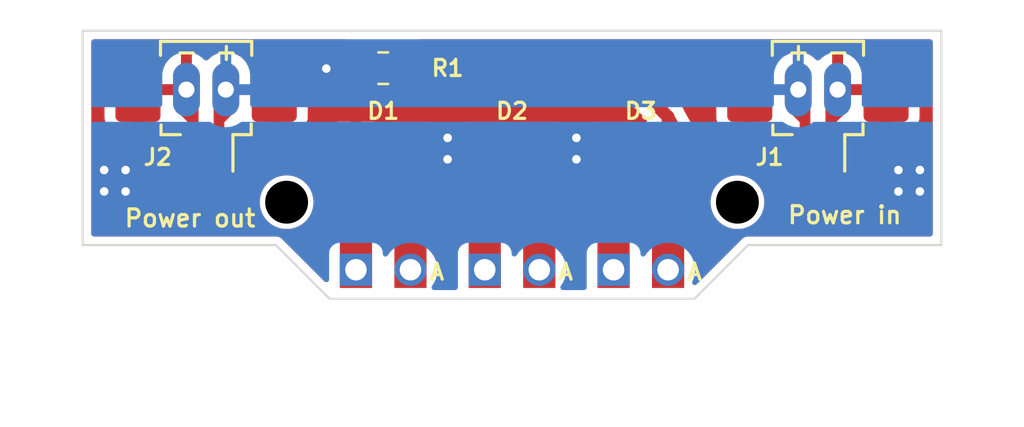
<source format=kicad_pcb>
(kicad_pcb (version 20240108) (generator "pcbnew") (generator_version "8.0")
  (layers (0 "F.Cu" signal) (31 "B.Cu" signal) (34 "B.Paste" user) (35 "F.Paste" user) (36 "B.SilkS" user "B.Silkscreen") (37 "F.SilkS" user "F.Silkscreen") (38 "B.Mask" user) (39 "F.Mask" user) (44 "Edge.Cuts" user))
  (net 0 "")
  (net 1 "GND")
  (net 2 "Power_postSwitch")
  (net 3 "/D1+")
  (net 4 "/D2+")
  (net 5 "/D3+")
  (footprint "sensorstrip:Molex_Picoblade_53261-0271-Hybrid" (layer "F.Cu") (at 105.75 55.65)
    (property "Reference" "J2" (at -2.25 0.25 0) (layer "F.SilkS") (effects (font (size 0.75 0.75))))
    (property "Value" "Conn_01x02_MountingPin")
    (fp_line (start -2.125 -4.5) (end -2.125 -5.15) (stroke (width 0.15)) (layer "F.SilkS"))
    (fp_line (start -2.1 -1.25) (end -2.1 -0.8) (stroke (width 0.15)) (layer "F.SilkS"))
    (fp_line (start -2.1 -0.8) (end -1.2 -0.8) (stroke (width 0.15)) (layer "F.SilkS"))
    (fp_line (start 1.25 -0.8) (end 1.25 0.9) (stroke (width 0.15)) (layer "F.SilkS"))
    (fp_line (start 2.1 -1.3) (end 2.1 -0.8) (stroke (width 0.15)) (layer "F.SilkS"))
    (fp_line (start 2.1 -0.8) (end 1.25 -0.8) (stroke (width 0.15)) (layer "F.SilkS"))
    (fp_line (start 2.125 -5.15) (end -2.125 -5.15) (stroke (width 0.15)) (layer "F.SilkS"))
    (fp_line (start 2.125 -4.5) (end 2.125 -5.15) (stroke (width 0.15)) (layer "F.SilkS"))
    (pad "1" smd custom (at 0.625 0) (size 0.8 0.8) (layers "F.Cu") (net 2 "Power_postSwitch") (options (clearance outline) (anchor circle)) (primitives (gr_poly (pts (xy -0.4 -0.68) (xy -0.390866 -0.725922) (xy -0.364853 -0.764853) (xy -0.325922 -0.790866) (xy -0.28 -0.8) (xy 0.28 -0.8) (xy 0.325922 -0.790866) (xy 0.364853 -0.764853) (xy 0.390866 -0.725922) (xy 0.4 -0.68) (xy 0.4 0.68) (xy 0.390866 0.725922) (xy 0.364853 0.764853) (xy 0.325922 0.790866) (xy 0.28 0.8) (xy -0.28 0.8) (xy -0.325922 0.790866) (xy -0.364853 0.764853) (xy -0.390866 0.725922) (xy -0.4 0.68)) (width 0) (fill yes)) (gr_poly (pts (xy -0.225 -0.75) (xy -0.225 -2) (xy 0.775 -2) (xy 0.175 -1.4) (xy 0.175 -0.75)) (width 0.1) (fill yes))))
    (pad "1" smd roundrect (at 0.625 0) (size 0.8 1.6) (layers "F.Cu" "F.Paste" "F.Mask") (roundrect_rratio 0.15) (net 2 "Power_postSwitch"))
    (pad "1" thru_hole oval (at 0.917 -2.9) (size 1.25 2.5) (drill 0.75) (layers "*.Cu" "*.Mask") (net 2 "Power_postSwitch"))
    (pad "2" thru_hole oval (at -0.917 -2.9) (size 1.25 2.5) (drill 0.75) (layers "*.Cu" "*.Mask") (net 1 "GND"))
    (pad "2" smd custom (at -0.625 0) (size 0.8 0.8) (layers "F.Cu") (net 1 "GND") (options (clearance outline) (anchor circle)) (primitives (gr_poly (pts (xy -0.4 -0.68) (xy -0.390866 -0.725922) (xy -0.364853 -0.764853) (xy -0.325922 -0.790866) (xy -0.28 -0.8) (xy 0.28 -0.8) (xy 0.325922 -0.790866) (xy 0.364853 -0.764853) (xy 0.390866 -0.725922) (xy 0.4 -0.68) (xy 0.4 0.68) (xy 0.390866 0.725922) (xy 0.364853 0.764853) (xy 0.325922 0.790866) (xy 0.28 0.8) (xy -0.28 0.8) (xy -0.325922 0.790866) (xy -0.364853 0.764853) (xy -0.390866 0.725922) (xy -0.4 0.68)) (width 0) (fill yes)) (gr_line (start 0.025 0) (end 0.225 0) (width 0.1)) (gr_poly (pts (xy 0.225 -0.75) (xy 0.225 -2) (xy -0.775 -2) (xy -0.175 -1.4) (xy -0.175 -0.75)) (width 0.1) (fill yes))))
    (pad "2" smd roundrect (at -0.625 0) (size 0.8 1.6) (layers "F.Cu" "F.Paste" "F.Mask") (roundrect_rratio 0.15) (net 1 "GND"))
    (pad "MP" smd roundrect (at -3.175 -2.9) (size 2.1 3) (layers "F.Cu" "F.Paste" "F.Mask") (roundrect_rratio 0.12) (net 1 "GND"))
    (pad "MP" smd roundrect (at 3.175 -2.9) (size 2.1 3) (layers "F.Cu" "F.Paste" "F.Mask") (roundrect_rratio 0.12) (net 1 "GND"))
  )
  (footprint "Resistor_SMD:R_0805_2012Metric_Pad1.20x1.40mm_HandSolder" (layer "F.Cu") (at 114 51.75 180)
    (property "Reference" "R1" (at -3 0 0) (layer "F.SilkS") (effects (font (size 0.75 0.75))))
    (property "Value" "120R")
    (fp_line (start -0.227064 0.735) (end 0.227064 0.735) (stroke (width 0.12)) (layer "F.SilkS"))
    (fp_line (start -0.227064 -0.735) (end 0.227064 -0.735) (stroke (width 0.12)) (layer "F.SilkS"))
    (pad "1" smd roundrect (at -1 0 180) (size 1.2 1.4) (layers "F.Cu" "F.Paste" "F.Mask") (roundrect_rratio 0.208333) (net 5 "/D3+"))
    (pad "2" smd roundrect (at 1 0 180) (size 1.2 1.4) (layers "F.Cu" "F.Paste" "F.Mask") (roundrect_rratio 0.208333) (net 2 "Power_postSwitch"))
  )
  (footprint "sensorstrip:MountingHole-2mm-NPTH" (layer "F.Cu") (at 130.5 58)
    (property "Reference" "" (hide yes))
    (property "Value" "MountingHole-2mm-NPTH" (hide yes))
    (pad "" np_thru_hole circle (at 0 0) (size 3 3) (drill 2) (layers "*.Mask"))
  )
  (footprint "sensorstrip:LED_THT-1.27mm-OrthogonalSMDAndTHT" (layer "F.Cu") (at 120 58.5)
    (property "Reference" "D2" (at 0 -4.75 0) (layer "F.SilkS") (effects (font (size 0.75 0.75))))
    (property "Value" "LED")
    (fp_text user "A" (at 2.5 2.75 0) (layer "F.SilkS") (effects (font (size 0.75 0.75))))
    (pad "1" smd rect (at -1.27 -0.125) (size 1.5 7.25) (layers "F.Cu" "F.Paste" "F.Mask") (net 3 "/D1+"))
    (pad "1" thru_hole rect (at -1.27 2.65 90) (size 1.5 1.5) (drill 1) (layers "*.Cu" "*.Mask") (net 3 "/D1+"))
    (pad "2" smd rect (at 1.27 -0.125) (size 1.5 7.25) (layers "F.Cu" "F.Paste" "F.Mask") (net 4 "/D2+"))
    (pad "2" thru_hole circle (at 1.27 2.65 90) (size 1.5 1.5) (drill 1) (layers "*.Cu" "*.Mask") (net 4 "/D2+"))
  )
  (footprint "sensorstrip:Molex_Picoblade_53261-0271-Hybrid" (layer "F.Cu") (at 134.25 55.65)
    (property "Reference" "J1" (at -2.25 0.25 0) (layer "F.SilkS") (effects (font (size 0.75 0.75))))
    (property "Value" "Conn_01x02_MountingPin")
    (fp_line (start -2.125 -4.5) (end -2.125 -5.15) (stroke (width 0.15)) (layer "F.SilkS"))
    (fp_line (start -2.1 -1.25) (end -2.1 -0.8) (stroke (width 0.15)) (layer "F.SilkS"))
    (fp_line (start -2.1 -0.8) (end -1.2 -0.8) (stroke (width 0.15)) (layer "F.SilkS"))
    (fp_line (start 1.25 -0.8) (end 1.25 0.9) (stroke (width 0.15)) (layer "F.SilkS"))
    (fp_line (start 2.1 -1.3) (end 2.1 -0.8) (stroke (width 0.15)) (layer "F.SilkS"))
    (fp_line (start 2.1 -0.8) (end 1.25 -0.8) (stroke (width 0.15)) (layer "F.SilkS"))
    (fp_line (start 2.125 -5.15) (end -2.125 -5.15) (stroke (width 0.15)) (layer "F.SilkS"))
    (fp_line (start 2.125 -4.5) (end 2.125 -5.15) (stroke (width 0.15)) (layer "F.SilkS"))
    (pad "1" smd custom (at 0.625 0) (size 0.8 0.8) (layers "F.Cu") (net 1 "GND") (options (clearance outline) (anchor circle)) (primitives (gr_poly (pts (xy -0.4 -0.68) (xy -0.390866 -0.725922) (xy -0.364853 -0.764853) (xy -0.325922 -0.790866) (xy -0.28 -0.8) (xy 0.28 -0.8) (xy 0.325922 -0.790866) (xy 0.364853 -0.764853) (xy 0.390866 -0.725922) (xy 0.4 -0.68) (xy 0.4 0.68) (xy 0.390866 0.725922) (xy 0.364853 0.764853) (xy 0.325922 0.790866) (xy 0.28 0.8) (xy -0.28 0.8) (xy -0.325922 0.790866) (xy -0.364853 0.764853) (xy -0.390866 0.725922) (xy -0.4 0.68)) (width 0) (fill yes)) (gr_poly (pts (xy -0.225 -0.75) (xy -0.225 -2) (xy 0.775 -2) (xy 0.175 -1.4) (xy 0.175 -0.75)) (width 0.1) (fill yes))))
    (pad "1" smd roundrect (at 0.625 0) (size 0.8 1.6) (layers "F.Cu" "F.Paste" "F.Mask") (roundrect_rratio 0.15) (net 1 "GND"))
    (pad "1" thru_hole oval (at 0.917 -2.9) (size 1.25 2.5) (drill 0.75) (layers "*.Cu" "*.Mask") (net 1 "GND"))
    (pad "2" thru_hole oval (at -0.917 -2.9) (size 1.25 2.5) (drill 0.75) (layers "*.Cu" "*.Mask") (net 2 "Power_postSwitch"))
    (pad "2" smd custom (at -0.625 0) (size 0.8 0.8) (layers "F.Cu") (net 2 "Power_postSwitch") (options (clearance outline) (anchor circle)) (primitives (gr_poly (pts (xy -0.4 -0.68) (xy -0.390866 -0.725922) (xy -0.364853 -0.764853) (xy -0.325922 -0.790866) (xy -0.28 -0.8) (xy 0.28 -0.8) (xy 0.325922 -0.790866) (xy 0.364853 -0.764853) (xy 0.390866 -0.725922) (xy 0.4 -0.68) (xy 0.4 0.68) (xy 0.390866 0.725922) (xy 0.364853 0.764853) (xy 0.325922 0.790866) (xy 0.28 0.8) (xy -0.28 0.8) (xy -0.325922 0.790866) (xy -0.364853 0.764853) (xy -0.390866 0.725922) (xy -0.4 0.68)) (width 0) (fill yes)) (gr_line (start 0.025 0) (end 0.225 0) (width 0.1)) (gr_poly (pts (xy 0.225 -0.75) (xy 0.225 -2) (xy -0.775 -2) (xy -0.175 -1.4) (xy -0.175 -0.75)) (width 0.1) (fill yes))))
    (pad "2" smd roundrect (at -0.625 0) (size 0.8 1.6) (layers "F.Cu" "F.Paste" "F.Mask") (roundrect_rratio 0.15) (net 2 "Power_postSwitch"))
    (pad "MP" smd roundrect (at -3.175 -2.9) (size 2.1 3) (layers "F.Cu" "F.Paste" "F.Mask") (roundrect_rratio 0.12) (net 1 "GND"))
    (pad "MP" smd roundrect (at 3.175 -2.9) (size 2.1 3) (layers "F.Cu" "F.Paste" "F.Mask") (roundrect_rratio 0.12) (net 1 "GND"))
  )
  (footprint "sensorstrip:MountingHole-2mm-NPTH" (layer "F.Cu") (at 109.5 58)
    (property "Reference" "" (hide yes))
    (property "Value" "MountingHole-2mm-NPTH" (hide yes))
    (pad "" np_thru_hole circle (at 0 0) (size 3 3) (drill 2) (layers "*.Mask"))
  )
  (footprint "sensorstrip:LED_THT-1.27mm-OrthogonalSMDAndTHT" (layer "F.Cu") (at 126 58.5)
    (property "Reference" "D3" (at 0 -4.75 0) (layer "F.SilkS") (effects (font (size 0.75 0.75))))
    (property "Value" "LED")
    (fp_text user "A" (at 2.5 2.75 0) (layer "F.SilkS") (effects (font (size 0.75 0.75))))
    (pad "1" smd rect (at -1.27 -0.125) (size 1.5 7.25) (layers "F.Cu" "F.Paste" "F.Mask") (net 4 "/D2+"))
    (pad "1" thru_hole rect (at -1.27 2.65 90) (size 1.5 1.5) (drill 1) (layers "*.Cu" "*.Mask") (net 4 "/D2+"))
    (pad "2" smd rect (at 1.27 -0.125) (size 1.5 7.25) (layers "F.Cu" "F.Paste" "F.Mask") (net 5 "/D3+"))
    (pad "2" thru_hole circle (at 1.27 2.65 90) (size 1.5 1.5) (drill 1) (layers "*.Cu" "*.Mask") (net 5 "/D3+"))
  )
  (footprint "sensorstrip:LED_THT-1.27mm-OrthogonalSMDAndTHT" (layer "F.Cu") (at 114 58.5)
    (property "Reference" "D1" (at 0 -4.75 0) (layer "F.SilkS") (effects (font (size 0.75 0.75))))
    (property "Value" "LED")
    (fp_text user "A" (at 2.5 2.75 0) (layer "F.SilkS") (effects (font (size 0.75 0.75))))
    (pad "1" smd rect (at -1.27 -0.125) (size 1.5 7.25) (layers "F.Cu" "F.Paste" "F.Mask") (net 1 "GND"))
    (pad "1" thru_hole rect (at -1.27 2.65 90) (size 1.5 1.5) (drill 1) (layers "*.Cu" "*.Mask") (net 1 "GND"))
    (pad "2" smd rect (at 1.27 -0.125) (size 1.5 7.25) (layers "F.Cu" "F.Paste" "F.Mask") (net 3 "/D1+"))
    (pad "2" thru_hole circle (at 1.27 2.65 90) (size 1.5 1.5) (drill 1) (layers "*.Cu" "*.Mask") (net 3 "/D1+"))
  )
  (gr_line (start 140 50) (end 100 50) (stroke (width 0.1)) (layer "Edge.Cuts"))
  (gr_line (start 100 50) (end 100 60) (stroke (width 0.1)) (layer "Edge.Cuts"))
  (gr_line (start 111.5 62.5) (end 128.5 62.5) (stroke (width 0.1)) (layer "Edge.Cuts"))
  (gr_line (start 131 60) (end 140 60) (stroke (width 0.1)) (layer "Edge.Cuts"))
  (gr_line (start 128.5 62.5) (end 131 60) (stroke (width 0.1)) (layer "Edge.Cuts"))
  (gr_line (start 140 60) (end 140 50) (stroke (width 0.1)) (layer "Edge.Cuts"))
  (gr_line (start 109 60) (end 111.5 62.5) (stroke (width 0.1)) (layer "Edge.Cuts"))
  (gr_line (start 100 60) (end 109 60) (stroke (width 0.1)) (layer "Edge.Cuts"))
  (gr_text "-" (at 134.6 51.45 0) (layer "F.SilkS") (effects (font (size 0.8 0.8) (thickness 0.15) (bold yes)) (justify left bottom)))
  (gr_text "+" (at 106.1 51.45 0) (layer "F.SilkS") (effects (font (size 0.8 0.8) (thickness 0.15) (bold yes)) (justify left bottom)))
  (gr_text "Power in" (at 135.5 58.6 0) (layer "F.SilkS") (effects (font (size 0.8 0.8))))
  (gr_text "-" (at 104.25 51.45 0) (layer "F.SilkS") (effects (font (size 0.8 0.8) (thickness 0.15) (bold yes)) (justify left bottom)))
  (gr_text "+" (at 132.75 51.45 0) (layer "F.SilkS") (effects (font (size 0.8 0.8) (thickness 0.15) (bold yes)) (justify left bottom)))
  (gr_text "Power out" (at 105 58.75 0) (layer "F.SilkS") (effects (font (size 0.8 0.8))))
  (via (at 138 56.5) (size 0.8) (drill 0.4) (layers "F.Cu" "B.Cu") (net 1))
  (via (at 101 57.5) (size 0.8) (drill 0.4) (layers "F.Cu" "B.Cu") (net 1))
  (via (at 123 55) (size 0.8) (drill 0.4) (layers "F.Cu" "B.Cu") (net 1))
  (via (at 117 56) (size 0.8) (drill 0.4) (layers "F.Cu" "B.Cu") (net 1))
  (via (at 102 57.5) (size 0.8) (drill 0.4) (layers "F.Cu" "B.Cu") (net 1))
  (via (at 123 56) (size 0.8) (drill 0.4) (layers "F.Cu" "B.Cu") (net 1))
  (via (at 139 56.5) (size 0.8) (drill 0.4) (layers "F.Cu" "B.Cu") (net 1))
  (via (at 139 57.5) (size 0.8) (drill 0.4) (layers "F.Cu" "B.Cu") (net 1))
  (via (at 101 56.5) (size 0.8) (drill 0.4) (layers "F.Cu" "B.Cu") (net 1))
  (via (at 138 57.5) (size 0.8) (drill 0.4) (layers "F.Cu" "B.Cu") (net 1))
  (via (at 102 56.5) (size 0.8) (drill 0.4) (layers "F.Cu" "B.Cu") (net 1))
  (via (at 117 55) (size 0.8) (drill 0.4) (layers "F.Cu" "B.Cu") (net 1))
  (segment (start 111.35 51.77) (end 112.98 51.77) (width 0.6) (layer "F.Cu") (net 2))
  (via (at 111.35 51.77) (size 0.8) (drill 0.4) (layers "F.Cu" "B.Cu") (net 2))
  (segment (start 118.73 58.5) (end 115.27 58.5) (width 0.6) (layer "F.Cu") (net 3))
  (segment (start 124.73 58.5) (end 121.27 58.5) (width 0.6) (layer "F.Cu") (net 4))
  (segment (start 115 51.75) (end 125 51.75) (width 0.6) (layer "F.Cu") (net 5))
  (segment (start 125 51.75) (end 127.27 54.02) (width 0.6) (layer "F.Cu") (net 5))
  (segment (start 127.27 54.02) (end 127.27 58.5) (width 0.6) (layer "F.Cu") (net 5))
  (zone (net 1) (net_name "GND") (layer "F.Cu") (connect_pads (clearance 0.5)) (min_thickness 0.254) (fill yes (thermal_gap 0.508) (thermal_bridge_width 0.508))
    (polygon (pts (xy 140.58 63) (xy 99.1 63) (xy 99.1 49) (xy 140.58 49)))
  )
  (zone (net 1) (net_name "GND") (layer "B.Cu") (connect_pads (clearance 0.5)) (min_thickness 0.254) (fill yes (thermal_gap 0.508) (thermal_bridge_width 0.508))
    (polygon (pts (xy 141.1 62.25) (xy 99.45 62.25) (xy 99.45 54.25) (xy 141.1 54.25)))
  )
  (zone (net 2) (net_name "Power_postSwitch") (layer "B.Cu") (connect_pads (clearance 0.5)) (min_thickness 0.254) (fill yes (thermal_gap 0.508) (thermal_bridge_width 0.508))
    (polygon (pts (xy 141.078559 53.57) (xy 99.44 53.57) (xy 99.44 48.57) (xy 141.078559 48.57)))
  )
)
</source>
